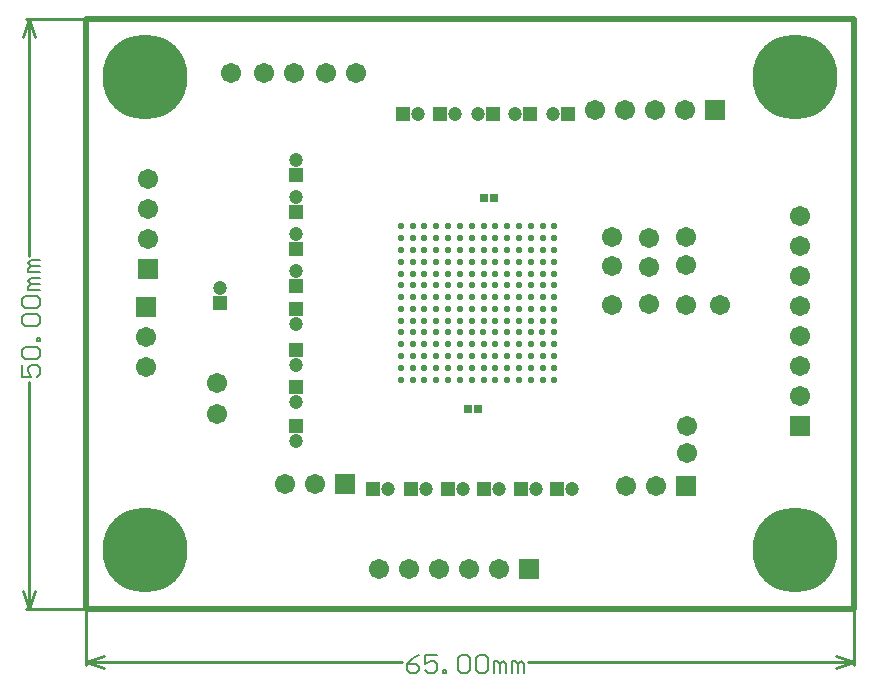
<source format=gts>
G04*
G04 #@! TF.GenerationSoftware,Altium Limited,Altium Designer,22.0.2 (36)*
G04*
G04 Layer_Color=8388736*
%FSLAX24Y24*%
%MOIN*%
G70*
G04*
G04 #@! TF.SameCoordinates,CD407462-B920-417C-8B87-A3646CBED1B3*
G04*
G04*
G04 #@! TF.FilePolarity,Negative*
G04*
G01*
G75*
%ADD11C,0.0100*%
%ADD14C,0.0197*%
%ADD15C,0.0098*%
%ADD16C,0.0060*%
%ADD20C,0.0218*%
%ADD21R,0.0276X0.0296*%
%ADD22C,0.0671*%
%ADD23R,0.0474X0.0474*%
%ADD24C,0.0474*%
%ADD25R,0.0671X0.0671*%
%ADD26R,0.0671X0.0671*%
%ADD27R,0.0474X0.0474*%
%ADD28C,0.2836*%
D11*
X25591Y-1850D02*
Y0D01*
X0Y-1850D02*
Y0D01*
X-2100Y600D02*
X-1900Y0D01*
X-1700Y600D01*
X-1900Y19685D02*
X-1700Y19085D01*
X-2100D02*
X-1900Y19685D01*
Y0D02*
Y7573D01*
Y11792D02*
Y19685D01*
X-2000Y0D02*
X0D01*
X-2000Y19685D02*
X0D01*
D14*
Y0D02*
Y19685D01*
Y0D02*
X25591D01*
X0Y19685D02*
X25591D01*
Y0D02*
Y19685D01*
D15*
X24991Y-1950D02*
X25591Y-1750D01*
X24991Y-1550D02*
X25591Y-1750D01*
X0D02*
X600Y-1550D01*
X0Y-1750D02*
X600Y-1950D01*
X14745Y-1750D02*
X25591D01*
X0D02*
X10526D01*
D16*
X11086Y-1510D02*
X10886Y-1610D01*
X10686Y-1810D01*
Y-2010D01*
X10786Y-2110D01*
X10986D01*
X11086Y-2010D01*
Y-1910D01*
X10986Y-1810D01*
X10686D01*
X11686Y-1510D02*
X11286D01*
Y-1810D01*
X11486Y-1710D01*
X11586D01*
X11686Y-1810D01*
Y-2010D01*
X11586Y-2110D01*
X11386D01*
X11286Y-2010D01*
X11886Y-2110D02*
Y-2010D01*
X11985D01*
Y-2110D01*
X11886D01*
X12385Y-1610D02*
X12485Y-1510D01*
X12685D01*
X12785Y-1610D01*
Y-2010D01*
X12685Y-2110D01*
X12485D01*
X12385Y-2010D01*
Y-1610D01*
X12985D02*
X13085Y-1510D01*
X13285D01*
X13385Y-1610D01*
Y-2010D01*
X13285Y-2110D01*
X13085D01*
X12985Y-2010D01*
Y-1610D01*
X13585Y-2110D02*
Y-1710D01*
X13685D01*
X13785Y-1810D01*
Y-2110D01*
Y-1810D01*
X13885Y-1710D01*
X13985Y-1810D01*
Y-2110D01*
X14185D02*
Y-1710D01*
X14285D01*
X14385Y-1810D01*
Y-2110D01*
Y-1810D01*
X14485Y-1710D01*
X14585Y-1810D01*
Y-2110D01*
X-2140Y8133D02*
Y7733D01*
X-1840D01*
X-1940Y7933D01*
Y8033D01*
X-1840Y8133D01*
X-1640D01*
X-1540Y8033D01*
Y7833D01*
X-1640Y7733D01*
X-2040Y8333D02*
X-2140Y8433D01*
Y8633D01*
X-2040Y8733D01*
X-1640D01*
X-1540Y8633D01*
Y8433D01*
X-1640Y8333D01*
X-2040D01*
X-1540Y8933D02*
X-1640D01*
Y9033D01*
X-1540D01*
Y8933D01*
X-2040Y9433D02*
X-2140Y9533D01*
Y9732D01*
X-2040Y9832D01*
X-1640D01*
X-1540Y9732D01*
Y9533D01*
X-1640Y9433D01*
X-2040D01*
Y10032D02*
X-2140Y10132D01*
Y10332D01*
X-2040Y10432D01*
X-1640D01*
X-1540Y10332D01*
Y10132D01*
X-1640Y10032D01*
X-2040D01*
X-1540Y10632D02*
X-1940D01*
Y10732D01*
X-1840Y10832D01*
X-1540D01*
X-1840D01*
X-1940Y10932D01*
X-1840Y11032D01*
X-1540D01*
Y11232D02*
X-1940D01*
Y11332D01*
X-1840Y11432D01*
X-1540D01*
X-1840D01*
X-1940Y11532D01*
X-1840Y11632D01*
X-1540D01*
D20*
X15612Y10013D02*
D03*
X15218D02*
D03*
X14825D02*
D03*
X14431D02*
D03*
X14037D02*
D03*
X13644D02*
D03*
X13250D02*
D03*
X12856D02*
D03*
X12463D02*
D03*
X12069D02*
D03*
X11675D02*
D03*
X11281D02*
D03*
X10888D02*
D03*
X10494D02*
D03*
X15612Y9619D02*
D03*
X15218D02*
D03*
X14825D02*
D03*
X14431D02*
D03*
X14037D02*
D03*
X13644D02*
D03*
X13250D02*
D03*
X12856D02*
D03*
X12463D02*
D03*
X12069D02*
D03*
X11675D02*
D03*
X11281D02*
D03*
X10888D02*
D03*
X10494D02*
D03*
X15609Y9241D02*
D03*
X15216D02*
D03*
X14822D02*
D03*
X14428D02*
D03*
X14035D02*
D03*
X13641D02*
D03*
X13247D02*
D03*
X12854D02*
D03*
X12460D02*
D03*
X12066D02*
D03*
X11672D02*
D03*
X11279D02*
D03*
X10885D02*
D03*
X10491D02*
D03*
X15612Y8831D02*
D03*
X15218D02*
D03*
X14825D02*
D03*
X14431D02*
D03*
X14037D02*
D03*
X13644D02*
D03*
X13250D02*
D03*
X12856D02*
D03*
X12463D02*
D03*
X12069D02*
D03*
X11675D02*
D03*
X11281D02*
D03*
X10888D02*
D03*
X10494D02*
D03*
X15612Y8438D02*
D03*
X15218D02*
D03*
X14825D02*
D03*
X14431D02*
D03*
X14037D02*
D03*
X13644D02*
D03*
X13250D02*
D03*
X12856D02*
D03*
X12463D02*
D03*
X12069D02*
D03*
X11675D02*
D03*
X11281D02*
D03*
X10888D02*
D03*
X10494D02*
D03*
X15612Y8044D02*
D03*
X10494D02*
D03*
X10888D02*
D03*
X11281D02*
D03*
X11675D02*
D03*
X12069D02*
D03*
X12463D02*
D03*
X12856D02*
D03*
X13250D02*
D03*
X13644D02*
D03*
X14037D02*
D03*
X14431D02*
D03*
X14825D02*
D03*
X15218D02*
D03*
X15612Y7650D02*
D03*
X15218D02*
D03*
X10494D02*
D03*
X10888D02*
D03*
X11281D02*
D03*
X11675D02*
D03*
X12069D02*
D03*
X12463D02*
D03*
X12856D02*
D03*
X13250D02*
D03*
X13644D02*
D03*
X14037D02*
D03*
X14431D02*
D03*
X14825D02*
D03*
X15612Y10406D02*
D03*
X15218D02*
D03*
X14825D02*
D03*
X14431D02*
D03*
X14037D02*
D03*
X13644D02*
D03*
X13250D02*
D03*
X12856D02*
D03*
X12463D02*
D03*
X12069D02*
D03*
X11675D02*
D03*
X11281D02*
D03*
X10888D02*
D03*
X10494D02*
D03*
X15612Y10800D02*
D03*
X15218D02*
D03*
X14825D02*
D03*
X14431D02*
D03*
X14037D02*
D03*
X13644D02*
D03*
X13250D02*
D03*
X12856D02*
D03*
X12463D02*
D03*
X12069D02*
D03*
X11675D02*
D03*
X11281D02*
D03*
X10888D02*
D03*
X10494D02*
D03*
X15612Y11194D02*
D03*
X15218D02*
D03*
X14825D02*
D03*
X14431D02*
D03*
X14037D02*
D03*
X13644D02*
D03*
X13250D02*
D03*
X12856D02*
D03*
X12463D02*
D03*
X12069D02*
D03*
X11675D02*
D03*
X11281D02*
D03*
X10888D02*
D03*
X10494D02*
D03*
X15612Y11587D02*
D03*
X15218D02*
D03*
X14825D02*
D03*
X14431D02*
D03*
X14037D02*
D03*
X13644D02*
D03*
X13250D02*
D03*
X12856D02*
D03*
X12463D02*
D03*
X12069D02*
D03*
X11675D02*
D03*
X11281D02*
D03*
X10888D02*
D03*
X10494D02*
D03*
X15612Y11981D02*
D03*
X15218D02*
D03*
X14825D02*
D03*
X14431D02*
D03*
X14037D02*
D03*
X13644D02*
D03*
X13250D02*
D03*
X12856D02*
D03*
X12463D02*
D03*
X12069D02*
D03*
X11675D02*
D03*
X11281D02*
D03*
X10888D02*
D03*
X10494D02*
D03*
X15612Y12375D02*
D03*
X15218D02*
D03*
X14825D02*
D03*
X14431D02*
D03*
X14037D02*
D03*
X13644D02*
D03*
X13250D02*
D03*
X12856D02*
D03*
X12463D02*
D03*
X12069D02*
D03*
X11675D02*
D03*
X11281D02*
D03*
X10888D02*
D03*
X10494D02*
D03*
X15612Y12768D02*
D03*
X15218D02*
D03*
X14825D02*
D03*
X14431D02*
D03*
X14037D02*
D03*
X13644D02*
D03*
X13250D02*
D03*
X12856D02*
D03*
X12463D02*
D03*
X12069D02*
D03*
X11675D02*
D03*
X11281D02*
D03*
X10888D02*
D03*
X10494D02*
D03*
D21*
X13593Y13701D02*
D03*
X13258D02*
D03*
X13051Y6693D02*
D03*
X12717D02*
D03*
D22*
X4350Y6516D02*
D03*
X4370Y7539D02*
D03*
X17539Y11437D02*
D03*
X20039Y5197D02*
D03*
Y6102D02*
D03*
X21122Y10157D02*
D03*
X20000Y10138D02*
D03*
X18780Y10177D02*
D03*
Y11417D02*
D03*
X20000Y11476D02*
D03*
Y12402D02*
D03*
X17539D02*
D03*
X8996Y17894D02*
D03*
X4843D02*
D03*
X17539Y10138D02*
D03*
X8012Y17894D02*
D03*
X18780Y12382D02*
D03*
X5925Y17894D02*
D03*
X6949D02*
D03*
X23800Y13100D02*
D03*
Y12100D02*
D03*
Y11100D02*
D03*
Y10100D02*
D03*
Y9100D02*
D03*
Y8100D02*
D03*
Y7100D02*
D03*
X9772Y1339D02*
D03*
X10772D02*
D03*
X11772D02*
D03*
X12772D02*
D03*
X13772D02*
D03*
X7618Y4173D02*
D03*
X6618D02*
D03*
X18996Y4114D02*
D03*
X17996D02*
D03*
X2050Y12350D02*
D03*
Y13350D02*
D03*
Y14350D02*
D03*
X2008Y8079D02*
D03*
Y9079D02*
D03*
X16950Y16650D02*
D03*
X17950D02*
D03*
X18950D02*
D03*
X19950D02*
D03*
D23*
X7008Y8650D02*
D03*
Y10020D02*
D03*
Y6100D02*
D03*
Y7400D02*
D03*
Y10780D02*
D03*
Y12000D02*
D03*
Y13260D02*
D03*
Y14488D02*
D03*
X4469Y10228D02*
D03*
D24*
X7008Y8150D02*
D03*
X13750Y4028D02*
D03*
X10059D02*
D03*
X11319D02*
D03*
X12550D02*
D03*
X15000D02*
D03*
X16200D02*
D03*
X23631Y2953D02*
D03*
X22936Y2664D02*
D03*
X22647Y1969D02*
D03*
X22936Y1273D02*
D03*
X23631Y984D02*
D03*
X24327Y1273D02*
D03*
Y2664D02*
D03*
X24616Y1969D02*
D03*
X2953D02*
D03*
X2664Y2664D02*
D03*
Y1273D02*
D03*
X1969Y984D02*
D03*
X1273Y1273D02*
D03*
X984Y1969D02*
D03*
X1273Y2664D02*
D03*
X1969Y2953D02*
D03*
X2953Y17731D02*
D03*
X2664Y18427D02*
D03*
Y17036D02*
D03*
X1969Y16747D02*
D03*
X1273Y17036D02*
D03*
X984Y17731D02*
D03*
X1273Y18427D02*
D03*
X1969Y18716D02*
D03*
X23631D02*
D03*
X22936Y18427D02*
D03*
X22647Y17731D02*
D03*
X22936Y17036D02*
D03*
X23631Y16747D02*
D03*
X24327Y17036D02*
D03*
Y18427D02*
D03*
X24616Y17731D02*
D03*
X7008Y9520D02*
D03*
Y5600D02*
D03*
Y6900D02*
D03*
Y11280D02*
D03*
Y12500D02*
D03*
Y13760D02*
D03*
Y14988D02*
D03*
X4469Y10728D02*
D03*
X13050Y16500D02*
D03*
X15550D02*
D03*
X14300D02*
D03*
X12300D02*
D03*
X11050D02*
D03*
D25*
X23800Y6100D02*
D03*
X2050Y11350D02*
D03*
X2008Y10079D02*
D03*
D26*
X14772Y1339D02*
D03*
X8618Y4173D02*
D03*
X19996Y4114D02*
D03*
X20950Y16650D02*
D03*
D27*
X13250Y4028D02*
D03*
X9559D02*
D03*
X10819D02*
D03*
X12050D02*
D03*
X14500D02*
D03*
X15700D02*
D03*
X13550Y16500D02*
D03*
X16050D02*
D03*
X14800D02*
D03*
X11800D02*
D03*
X10550D02*
D03*
D28*
X23631Y1969D02*
D03*
X1969D02*
D03*
Y17731D02*
D03*
X23631D02*
D03*
M02*

</source>
